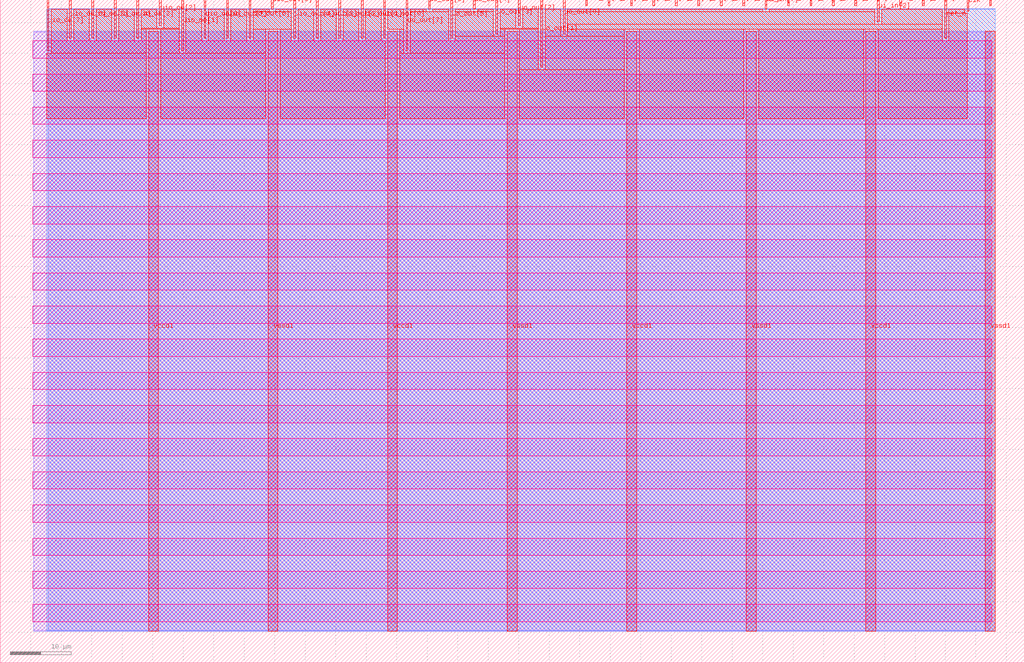
<source format=lef>
VERSION 5.7 ;
  NOWIREEXTENSIONATPIN ON ;
  DIVIDERCHAR "/" ;
  BUSBITCHARS "[]" ;
MACRO tt_um_moyes0_top_module
  CLASS BLOCK ;
  FOREIGN tt_um_moyes0_top_module ;
  ORIGIN 0.000 0.000 ;
  SIZE 167.900 BY 108.800 ;
  PIN clk
    DIRECTION INPUT ;
    USE SIGNAL ;
    PORT
      LAYER met4 ;
        RECT 158.550 106.950 158.850 108.800 ;
    END
  END clk
  PIN ena
    DIRECTION INPUT ;
    USE SIGNAL ;
    PORT
      LAYER met4 ;
        RECT 162.230 107.800 162.530 108.800 ;
    END
  END ena
  PIN rst_n
    DIRECTION INPUT ;
    USE SIGNAL ;
    PORT
      LAYER met4 ;
        RECT 154.870 102.500 155.170 108.800 ;
    END
  END rst_n
  PIN ui_in[0]
    DIRECTION INPUT ;
    USE SIGNAL ;
    PORT
      LAYER met4 ;
        RECT 151.190 107.800 151.490 108.800 ;
    END
  END ui_in[0]
  PIN ui_in[1]
    DIRECTION INPUT ;
    USE SIGNAL ;
    PORT
      LAYER met4 ;
        RECT 147.510 107.800 147.810 108.800 ;
    END
  END ui_in[1]
  PIN ui_in[2]
    DIRECTION INPUT ;
    USE SIGNAL ;
    PORT
      LAYER met4 ;
        RECT 143.830 105.220 144.130 108.800 ;
    END
  END ui_in[2]
  PIN ui_in[3]
    DIRECTION INPUT ;
    USE SIGNAL ;
    PORT
      LAYER met4 ;
        RECT 140.150 107.800 140.450 108.800 ;
    END
  END ui_in[3]
  PIN ui_in[4]
    DIRECTION INPUT ;
    USE SIGNAL ;
    PORT
      LAYER met4 ;
        RECT 136.470 107.800 136.770 108.800 ;
    END
  END ui_in[4]
  PIN ui_in[5]
    DIRECTION INPUT ;
    USE SIGNAL ;
    PORT
      LAYER met4 ;
        RECT 132.790 107.800 133.090 108.800 ;
    END
  END ui_in[5]
  PIN ui_in[6]
    DIRECTION INPUT ;
    USE SIGNAL ;
    PORT
      LAYER met4 ;
        RECT 129.110 107.800 129.410 108.800 ;
    END
  END ui_in[6]
  PIN ui_in[7]
    DIRECTION INPUT ;
    USE SIGNAL ;
    PORT
      LAYER met4 ;
        RECT 125.430 107.260 125.730 108.800 ;
    END
  END ui_in[7]
  PIN uio_in[0]
    DIRECTION INPUT ;
    USE SIGNAL ;
    PORT
      LAYER met4 ;
        RECT 121.750 107.800 122.050 108.800 ;
    END
  END uio_in[0]
  PIN uio_in[1]
    DIRECTION INPUT ;
    USE SIGNAL ;
    PORT
      LAYER met4 ;
        RECT 118.070 107.800 118.370 108.800 ;
    END
  END uio_in[1]
  PIN uio_in[2]
    DIRECTION INPUT ;
    USE SIGNAL ;
    PORT
      LAYER met4 ;
        RECT 114.390 107.800 114.690 108.800 ;
    END
  END uio_in[2]
  PIN uio_in[3]
    DIRECTION INPUT ;
    USE SIGNAL ;
    PORT
      LAYER met4 ;
        RECT 110.710 107.800 111.010 108.800 ;
    END
  END uio_in[3]
  PIN uio_in[4]
    DIRECTION INPUT ;
    USE SIGNAL ;
    PORT
      LAYER met4 ;
        RECT 107.030 107.800 107.330 108.800 ;
    END
  END uio_in[4]
  PIN uio_in[5]
    DIRECTION INPUT ;
    USE SIGNAL ;
    PORT
      LAYER met4 ;
        RECT 103.350 107.800 103.650 108.800 ;
    END
  END uio_in[5]
  PIN uio_in[6]
    DIRECTION INPUT ;
    USE SIGNAL ;
    PORT
      LAYER met4 ;
        RECT 99.670 107.800 99.970 108.800 ;
    END
  END uio_in[6]
  PIN uio_in[7]
    DIRECTION INPUT ;
    USE SIGNAL ;
    PORT
      LAYER met4 ;
        RECT 95.990 107.800 96.290 108.800 ;
    END
  END uio_in[7]
  PIN uio_oe[0]
    DIRECTION OUTPUT TRISTATE ;
    USE SIGNAL ;
    PORT
      LAYER met4 ;
        RECT 33.430 102.500 33.730 108.800 ;
    END
  END uio_oe[0]
  PIN uio_oe[1]
    DIRECTION OUTPUT TRISTATE ;
    USE SIGNAL ;
    PORT
      LAYER met4 ;
        RECT 29.750 100.460 30.050 108.800 ;
    END
  END uio_oe[1]
  PIN uio_oe[2]
    DIRECTION OUTPUT TRISTATE ;
    USE SIGNAL ;
    PORT
      LAYER met4 ;
        RECT 26.070 104.540 26.370 108.800 ;
    END
  END uio_oe[2]
  PIN uio_oe[3]
    DIRECTION OUTPUT TRISTATE ;
    USE SIGNAL ;
    PORT
      LAYER met4 ;
        RECT 22.390 102.500 22.690 108.800 ;
    END
  END uio_oe[3]
  PIN uio_oe[4]
    DIRECTION OUTPUT TRISTATE ;
    USE SIGNAL ;
    PORT
      LAYER met4 ;
        RECT 18.710 102.500 19.010 108.800 ;
    END
  END uio_oe[4]
  PIN uio_oe[5]
    DIRECTION OUTPUT TRISTATE ;
    USE SIGNAL ;
    PORT
      LAYER met4 ;
        RECT 15.030 102.500 15.330 108.800 ;
    END
  END uio_oe[5]
  PIN uio_oe[6]
    DIRECTION OUTPUT TRISTATE ;
    USE SIGNAL ;
    PORT
      LAYER met4 ;
        RECT 11.350 102.500 11.650 108.800 ;
    END
  END uio_oe[6]
  PIN uio_oe[7]
    DIRECTION OUTPUT TRISTATE ;
    USE SIGNAL ;
    PORT
      LAYER met4 ;
        RECT 7.670 100.460 7.970 108.800 ;
    END
  END uio_oe[7]
  PIN uio_out[0]
    DIRECTION OUTPUT TRISTATE ;
    USE SIGNAL ;
    PORT
      LAYER met4 ;
        RECT 62.870 102.500 63.170 108.800 ;
    END
  END uio_out[0]
  PIN uio_out[1]
    DIRECTION OUTPUT TRISTATE ;
    USE SIGNAL ;
    PORT
      LAYER met4 ;
        RECT 59.190 102.500 59.490 108.800 ;
    END
  END uio_out[1]
  PIN uio_out[2]
    DIRECTION OUTPUT TRISTATE ;
    USE SIGNAL ;
    PORT
      LAYER met4 ;
        RECT 55.510 102.500 55.810 108.800 ;
    END
  END uio_out[2]
  PIN uio_out[3]
    DIRECTION OUTPUT TRISTATE ;
    USE SIGNAL ;
    PORT
      LAYER met4 ;
        RECT 51.830 102.500 52.130 108.800 ;
    END
  END uio_out[3]
  PIN uio_out[4]
    DIRECTION OUTPUT TRISTATE ;
    USE SIGNAL ;
    PORT
      LAYER met4 ;
        RECT 48.150 102.500 48.450 108.800 ;
    END
  END uio_out[4]
  PIN uio_out[5]
    DIRECTION OUTPUT TRISTATE ;
    USE SIGNAL ;
    PORT
      LAYER met4 ;
        RECT 44.470 107.260 44.770 108.800 ;
    END
  END uio_out[5]
  PIN uio_out[6]
    DIRECTION OUTPUT TRISTATE ;
    USE SIGNAL ;
    PORT
      LAYER met4 ;
        RECT 40.790 102.500 41.090 108.800 ;
    END
  END uio_out[6]
  PIN uio_out[7]
    DIRECTION OUTPUT TRISTATE ;
    USE SIGNAL ;
    PORT
      LAYER met4 ;
        RECT 37.110 102.500 37.410 108.800 ;
    END
  END uio_out[7]
  PIN uo_out[0]
    DIRECTION OUTPUT TRISTATE ;
    USE SIGNAL ;
    PORT
      LAYER met4 ;
        RECT 92.310 103.180 92.610 108.800 ;
    END
  END uo_out[0]
  PIN uo_out[1]
    DIRECTION OUTPUT TRISTATE ;
    USE SIGNAL ;
    PORT
      LAYER met4 ;
        RECT 88.630 97.740 88.930 108.800 ;
    END
  END uo_out[1]
  PIN uo_out[2]
    DIRECTION OUTPUT TRISTATE ;
    USE SIGNAL ;
    PORT
      LAYER met4 ;
        RECT 84.950 104.540 85.250 108.800 ;
    END
  END uo_out[2]
  PIN uo_out[3]
    DIRECTION OUTPUT TRISTATE ;
    USE SIGNAL ;
    PORT
      LAYER met4 ;
        RECT 81.270 103.180 81.570 108.800 ;
    END
  END uo_out[3]
  PIN uo_out[4]
    DIRECTION OUTPUT TRISTATE ;
    USE SIGNAL ;
    PORT
      LAYER met4 ;
        RECT 77.590 107.260 77.890 108.800 ;
    END
  END uo_out[4]
  PIN uo_out[5]
    DIRECTION OUTPUT TRISTATE ;
    USE SIGNAL ;
    PORT
      LAYER met4 ;
        RECT 73.910 102.500 74.210 108.800 ;
    END
  END uo_out[5]
  PIN uo_out[6]
    DIRECTION OUTPUT TRISTATE ;
    USE SIGNAL ;
    PORT
      LAYER met4 ;
        RECT 70.230 107.260 70.530 108.800 ;
    END
  END uo_out[6]
  PIN uo_out[7]
    DIRECTION OUTPUT TRISTATE ;
    USE SIGNAL ;
    PORT
      LAYER met4 ;
        RECT 66.550 100.460 66.850 108.800 ;
    END
  END uo_out[7]
  PIN vccd1
    DIRECTION INOUT ;
    USE POWER ;
    PORT
      LAYER met4 ;
        RECT 24.325 5.200 25.925 103.600 ;
    END
    PORT
      LAYER met4 ;
        RECT 63.535 5.200 65.135 103.600 ;
    END
    PORT
      LAYER met4 ;
        RECT 102.745 5.200 104.345 103.600 ;
    END
    PORT
      LAYER met4 ;
        RECT 141.955 5.200 143.555 103.600 ;
    END
  END vccd1
  PIN vssd1
    DIRECTION INOUT ;
    USE GROUND ;
    PORT
      LAYER met4 ;
        RECT 43.930 5.200 45.530 103.600 ;
    END
    PORT
      LAYER met4 ;
        RECT 83.140 5.200 84.740 103.600 ;
    END
    PORT
      LAYER met4 ;
        RECT 122.350 5.200 123.950 103.600 ;
    END
    PORT
      LAYER met4 ;
        RECT 161.560 5.200 163.160 103.600 ;
    END
  END vssd1
  OBS
      LAYER nwell ;
        RECT 5.330 99.225 162.570 102.055 ;
        RECT 5.330 93.785 162.570 96.615 ;
        RECT 5.330 88.345 162.570 91.175 ;
        RECT 5.330 82.905 162.570 85.735 ;
        RECT 5.330 77.465 162.570 80.295 ;
        RECT 5.330 72.025 162.570 74.855 ;
        RECT 5.330 66.585 162.570 69.415 ;
        RECT 5.330 61.145 162.570 63.975 ;
        RECT 5.330 55.705 162.570 58.535 ;
        RECT 5.330 50.265 162.570 53.095 ;
        RECT 5.330 44.825 162.570 47.655 ;
        RECT 5.330 39.385 162.570 42.215 ;
        RECT 5.330 33.945 162.570 36.775 ;
        RECT 5.330 28.505 162.570 31.335 ;
        RECT 5.330 23.065 162.570 25.895 ;
        RECT 5.330 17.625 162.570 20.455 ;
        RECT 5.330 12.185 162.570 15.015 ;
        RECT 5.330 6.745 162.570 9.575 ;
      LAYER li1 ;
        RECT 5.520 5.355 162.380 103.445 ;
      LAYER met1 ;
        RECT 5.520 5.200 163.160 103.600 ;
      LAYER met2 ;
        RECT 7.910 5.255 163.130 107.285 ;
      LAYER met3 ;
        RECT 7.630 5.275 163.150 107.265 ;
      LAYER met4 ;
        RECT 8.370 102.100 10.950 107.265 ;
        RECT 12.050 102.100 14.630 107.265 ;
        RECT 15.730 102.100 18.310 107.265 ;
        RECT 19.410 102.100 21.990 107.265 ;
        RECT 23.090 104.140 25.670 107.265 ;
        RECT 26.770 104.140 29.350 107.265 ;
        RECT 23.090 104.000 29.350 104.140 ;
        RECT 23.090 102.100 23.925 104.000 ;
        RECT 8.370 100.060 23.925 102.100 ;
        RECT 7.655 89.255 23.925 100.060 ;
        RECT 26.325 100.060 29.350 104.000 ;
        RECT 30.450 102.100 33.030 107.265 ;
        RECT 34.130 102.100 36.710 107.265 ;
        RECT 37.810 102.100 40.390 107.265 ;
        RECT 41.490 106.860 44.070 107.265 ;
        RECT 45.170 106.860 47.750 107.265 ;
        RECT 41.490 104.000 47.750 106.860 ;
        RECT 41.490 102.100 43.530 104.000 ;
        RECT 30.450 100.060 43.530 102.100 ;
        RECT 26.325 89.255 43.530 100.060 ;
        RECT 45.930 102.100 47.750 104.000 ;
        RECT 48.850 102.100 51.430 107.265 ;
        RECT 52.530 102.100 55.110 107.265 ;
        RECT 56.210 102.100 58.790 107.265 ;
        RECT 59.890 102.100 62.470 107.265 ;
        RECT 63.570 104.000 66.150 107.265 ;
        RECT 45.930 89.255 63.135 102.100 ;
        RECT 65.535 100.060 66.150 104.000 ;
        RECT 67.250 106.860 69.830 107.265 ;
        RECT 70.930 106.860 73.510 107.265 ;
        RECT 67.250 102.100 73.510 106.860 ;
        RECT 74.610 106.860 77.190 107.265 ;
        RECT 78.290 106.860 80.870 107.265 ;
        RECT 74.610 102.780 80.870 106.860 ;
        RECT 81.970 104.140 84.550 107.265 ;
        RECT 85.650 104.140 88.230 107.265 ;
        RECT 81.970 104.000 88.230 104.140 ;
        RECT 81.970 102.780 82.740 104.000 ;
        RECT 74.610 102.100 82.740 102.780 ;
        RECT 67.250 100.060 82.740 102.100 ;
        RECT 65.535 89.255 82.740 100.060 ;
        RECT 85.140 97.340 88.230 104.000 ;
        RECT 89.330 102.780 91.910 107.265 ;
        RECT 93.010 106.860 125.030 107.265 ;
        RECT 126.130 106.860 143.430 107.265 ;
        RECT 93.010 104.820 143.430 106.860 ;
        RECT 144.530 104.820 154.470 107.265 ;
        RECT 93.010 104.000 154.470 104.820 ;
        RECT 93.010 102.780 102.345 104.000 ;
        RECT 89.330 97.340 102.345 102.780 ;
        RECT 85.140 89.255 102.345 97.340 ;
        RECT 104.745 89.255 121.950 104.000 ;
        RECT 124.350 89.255 141.555 104.000 ;
        RECT 143.955 102.100 154.470 104.000 ;
        RECT 155.570 106.550 158.150 107.265 ;
        RECT 155.570 102.100 158.550 106.550 ;
        RECT 143.955 89.255 158.550 102.100 ;
  END
END tt_um_moyes0_top_module
END LIBRARY


</source>
